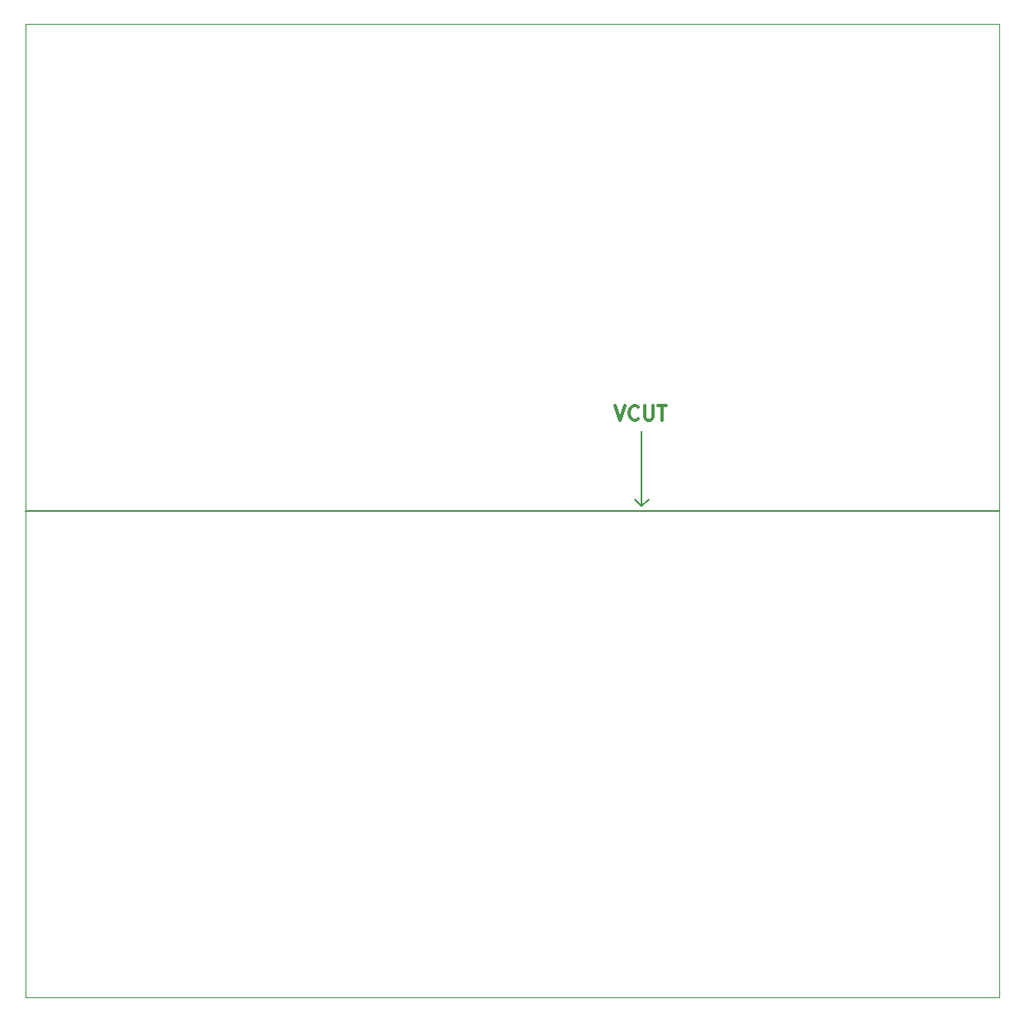
<source format=gm1>
G04 #@! TF.GenerationSoftware,KiCad,Pcbnew,no-vcs-found-7650~57~ubuntu14.04.1*
G04 #@! TF.CreationDate,2017-02-13T23:40:00+01:00*
G04 #@! TF.ProjectId,Wifi_PB_panel,576966695F50425F70616E656C2E6B69,V0.1*
G04 #@! TF.FileFunction,Profile,NP*
%FSLAX46Y46*%
G04 Gerber Fmt 4.6, Leading zero omitted, Abs format (unit mm)*
G04 Created by KiCad (PCBNEW no-vcs-found-7650~57~ubuntu14.04.1) date Mon Feb 13 23:40:00 2017*
%MOMM*%
%LPD*%
G01*
G04 APERTURE LIST*
%ADD10C,0.100000*%
%ADD11C,0.200000*%
%ADD12C,0.300000*%
%ADD13C,0.010000*%
G04 APERTURE END LIST*
D10*
D11*
X163300000Y-79500000D02*
X162600000Y-78800000D01*
X163300000Y-79500000D02*
X164000000Y-78800000D01*
X163300000Y-71800000D02*
X163300000Y-79500000D01*
D12*
X160592857Y-69178571D02*
X161092857Y-70678571D01*
X161592857Y-69178571D01*
X162950000Y-70535714D02*
X162878571Y-70607142D01*
X162664285Y-70678571D01*
X162521428Y-70678571D01*
X162307142Y-70607142D01*
X162164285Y-70464285D01*
X162092857Y-70321428D01*
X162021428Y-70035714D01*
X162021428Y-69821428D01*
X162092857Y-69535714D01*
X162164285Y-69392857D01*
X162307142Y-69250000D01*
X162521428Y-69178571D01*
X162664285Y-69178571D01*
X162878571Y-69250000D01*
X162950000Y-69321428D01*
X163592857Y-69178571D02*
X163592857Y-70392857D01*
X163664285Y-70535714D01*
X163735714Y-70607142D01*
X163878571Y-70678571D01*
X164164285Y-70678571D01*
X164307142Y-70607142D01*
X164378571Y-70535714D01*
X164450000Y-70392857D01*
X164450000Y-69178571D01*
X164950000Y-69178571D02*
X165807142Y-69178571D01*
X165378571Y-70678571D02*
X165378571Y-69178571D01*
D11*
X200000000Y-80000000D02*
X100000000Y-80000000D01*
D13*
X200000000Y-80000000D02*
X200000000Y-130000000D01*
X200000000Y-130000000D02*
X100000000Y-130000000D01*
X100000000Y-130000000D02*
X100000000Y-80000000D01*
X100000000Y-80000000D02*
X100000000Y-30000000D01*
X200000000Y-30000000D02*
X200000000Y-80000000D01*
X100000000Y-30000000D02*
X200000000Y-30000000D01*
M02*

</source>
